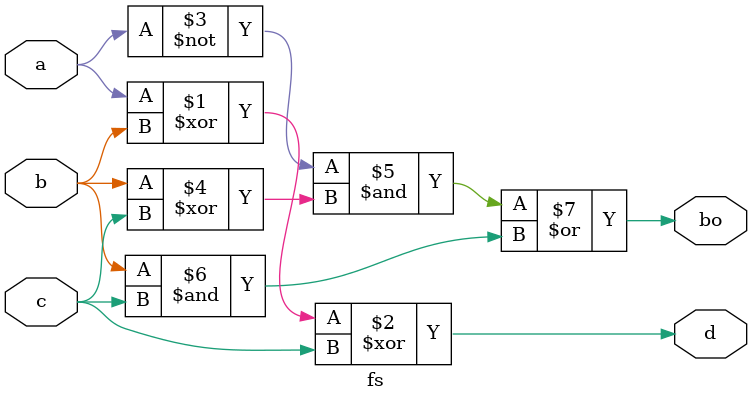
<source format=v>
module subtraction(a,b,cin,d,bo);
	input [3:0]a,b;
	input cin;
	output [3:0]d;
	output bo;
	wire b1,b2,b3;
	fs s1(d[0],b1,a[0],b[0],cin);
	fs s2(d[1],b2,a[1],b[1],b1);
	fs s3(d[2],b3,a[2],b[2],b2);
	fs s4(d[3],bo,a[3],b[3],b3);
endmodule

module fs(d,bo,a,b,c);
	input a,b,c;
	output d,bo;
	assign d=a^b^c;
	assign bo=((~a)&(b^c))|(b&c);
endmodule

</source>
